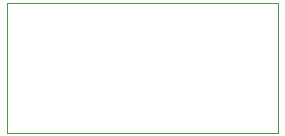
<source format=gbo>
G75*
%MOIN*%
%OFA0B0*%
%FSLAX25Y25*%
%IPPOS*%
%LPD*%
%AMOC8*
5,1,8,0,0,1.08239X$1,22.5*
%
%ADD10C,0.00000*%
D10*
X0001800Y0045107D02*
X0001800Y0088414D01*
X0092351Y0088414D01*
X0092351Y0045107D01*
X0001800Y0045107D01*
M02*

</source>
